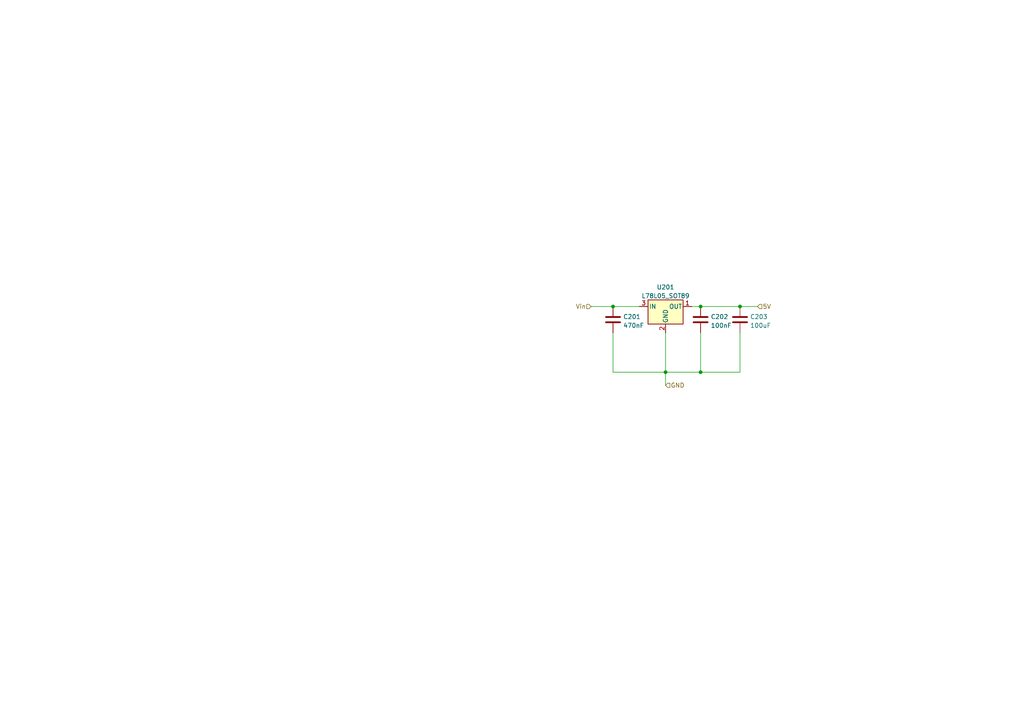
<source format=kicad_sch>
(kicad_sch (version 20230121) (generator eeschema)
  (paper "A4")
  (lib_symbols
    (symbol "Device:C" (pin_numbers hide) (pin_names (offset 0.254))
      (property "Reference" "C" (at 0.635 2.54 0))
      (property "Value" "C" (at 0.635 -2.54 0))
      (symbol "C_0_1"
        (polyline (pts (xy -2.032 -0.762) (xy 2.032 -0.762)) (stroke (width 0.508)))
        (polyline (pts (xy -2.032 0.762) (xy 2.032 0.762)) (stroke (width 0.508)))
      )
      (symbol "C_1_1"
        (pin passive line (at 0 3.81 270) (length 2.794) (name "~") (number "1"))
        (pin passive line (at 0 -3.81 90) (length 2.794) (name "~") (number "2"))
      )
    )
    (symbol "Regulator_Linear:L78L05_SOT89" (pin_names (offset 0.254))
      (property "Reference" "U" (at -3.81 3.175 0))
      (property "Value" "L78L05_SOT89" (at -0.635 3.175 0))
      (symbol "L78L05_SOT89_0_1"
        (rectangle (start -5.08 1.905) (end 5.08 -5.08) (stroke (width 0.254)) (fill (type background)))
      )
      (symbol "L78L05_SOT89_1_1"
        (pin power_out line (at 7.62 0 180) (length 2.54) (name "OUT") (number "1"))
        (pin power_in line (at 0 -7.62 90) (length 2.54) (name "GND") (number "2"))
        (pin power_in line (at -7.62 0 0) (length 2.54) (name "IN") (number "3"))
      )
    )
  )
  (junction (at 203.2 88.9))
  (junction (at 214.63 88.9))
  (junction (at 193.04 107.95))
  (junction (at 177.8 88.9))
  (junction (at 203.2 107.95))
  (wire (pts (xy 177.8 88.9) (xy 185.42 88.9)))
  (wire (pts (xy 171.45 88.9) (xy 177.8 88.9)))
  (wire (pts (xy 203.2 96.52) (xy 203.2 107.95)))
  (wire (pts (xy 193.04 107.95) (xy 193.04 111.76)))
  (wire (pts (xy 177.8 107.95) (xy 193.04 107.95)))
  (wire (pts (xy 214.63 96.52) (xy 214.63 107.95)))
  (wire (pts (xy 214.63 88.9) (xy 219.71 88.9)))
  (wire (pts (xy 177.8 96.52) (xy 177.8 107.95)))
  (wire (pts (xy 193.04 96.52) (xy 193.04 107.95)))
  (wire (pts (xy 203.2 107.95) (xy 214.63 107.95)))
  (wire (pts (xy 200.66 88.9) (xy 203.2 88.9)))
  (wire (pts (xy 203.2 88.9) (xy 214.63 88.9)))
  (wire (pts (xy 193.04 107.95) (xy 203.2 107.95)))
  (hierarchical_label "GND" (shape input) (at 193.04 111.76 0))
  (hierarchical_label "Vin" (shape input) (at 171.45 88.9 180))
  (hierarchical_label "5V" (shape input) (at 219.71 88.9 0))
  (symbol (lib_id "Device:C") (at 203.2 92.71 0) (unit 1)
    (property "Reference" "C202" (at 206.121 91.8753 0) (effects (justify left)))
    (property "Value" "100nF" (at 206.121 94.4122 0) (effects (justify left)))
    (property "Footprint" "Capacitor_SMD:C_0603_1608Metric_Pad1.08x0.95mm_HandSolder" (effects hide))
    (property "JLCPCB Part#" "C14663" (effects hide))
    (instances (project "circuitBreaker2.0" (path "" (reference "C202") (unit 1))) (project "LDO" (path "" (reference "C302") (unit 1))) (project "general_schematics" (path "" (reference "C1802") (unit 1))))
  )
  (symbol (lib_id "Regulator_Linear:L78L05_SOT89") (at 193.04 88.9 0) (unit 1)
    (property "Reference" "U201" (at 193.04 83.2952 0))
    (property "Value" "L78L05_SOT89" (at 193.04 85.8321 0))
    (property "Footprint" "Package_TO_SOT_SMD:SOT-89-3" (effects hide))
    (property "Datasheet" "http://www.st.com/content/ccc/resource/technical/document/datasheet/15/55/e5/aa/23/5b/43/fd/CD00000446.pdf/files/CD00000446.pdf/jcr:content/translations/en.CD00000446.pdf" (effects hide))
    (property "JLCPCB Part#" "C71136" (effects hide))
    (instances (project "circuitBreaker2.0" (path "" (reference "U201") (unit 1))) (project "LDO" (path "" (reference "U301") (unit 1))) (project "general_schematics" (path "" (reference "U1801") (unit 1))))
  )
  (symbol (lib_id "Device:C") (at 177.8 92.71 0) (unit 1)
    (property "Reference" "C201" (at 180.721 91.8753 0) (effects (justify left)))
    (property "Value" "470nF" (at 180.721 94.4122 0) (effects (justify left)))
    (property "Footprint" "Capacitor_SMD:C_0805_2012Metric" (effects hide))
    (property "JLCPCB Part#" "C13967" (effects hide))
    (instances (project "circuitBreaker2.0" (path "" (reference "C201") (unit 1))) (project "LDO" (path "" (reference "C301") (unit 1))) (project "general_schematics" (path "" (reference "C1801") (unit 1))))
  )
  (symbol (lib_id "Device:C") (at 214.63 92.71 0) (unit 1)
    (property "Reference" "C203" (at 217.551 91.8753 0) (effects (justify left)))
    (property "Value" "100uF" (at 217.551 94.4122 0) (effects (justify left)))
    (property "Footprint" "Capacitor_SMD:C_1206_3216Metric_Pad1.33x1.80mm_HandSolder" (effects hide))
    (property "JLCPCB Part#" "C15008" (effects hide))
    (instances (project "circuitBreaker2.0" (path "" (reference "C203") (unit 1))) (project "LDO" (path "" (reference "C303") (unit 1))) (project "general_schematics" (path "" (reference "C1803") (unit 1))))
  )
)
</source>
